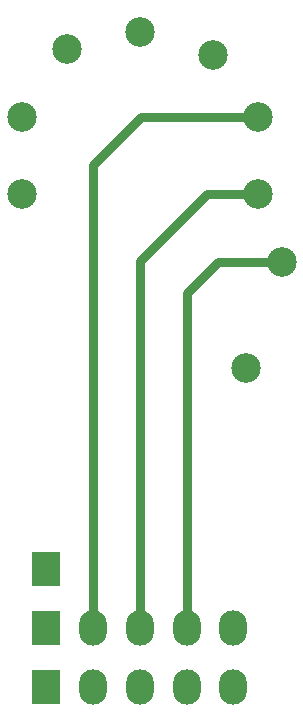
<source format=gbr>
G04 #@! TF.GenerationSoftware,KiCad,Pcbnew,(5.1.4)-1*
G04 #@! TF.CreationDate,2022-04-04T22:54:45-04:00*
G04 #@! TF.ProjectId,CR31,43523331-2e6b-4696-9361-645f70636258,rev?*
G04 #@! TF.SameCoordinates,Original*
G04 #@! TF.FileFunction,Copper,L2,Bot*
G04 #@! TF.FilePolarity,Positive*
%FSLAX46Y46*%
G04 Gerber Fmt 4.6, Leading zero omitted, Abs format (unit mm)*
G04 Created by KiCad (PCBNEW (5.1.4)-1) date 2022-04-04 22:54:45*
%MOMM*%
%LPD*%
G04 APERTURE LIST*
%ADD10R,2.350000X3.000000*%
%ADD11O,2.350000X3.000000*%
%ADD12C,2.500000*%
%ADD13C,0.750000*%
G04 APERTURE END LIST*
D10*
X42080000Y-85000000D03*
X42080000Y-90000000D03*
D11*
X46040000Y-90000000D03*
X50000000Y-90000000D03*
X53960000Y-90000000D03*
X57920000Y-90000000D03*
D12*
X50000000Y-39500000D03*
X43828255Y-41000000D03*
X40013907Y-46755322D03*
X40013907Y-53244678D03*
X56171745Y-41505322D03*
X59986093Y-46755322D03*
X59986093Y-53244678D03*
X62000000Y-59000000D03*
X59000000Y-68000000D03*
D11*
X57920000Y-95000000D03*
X53960000Y-95000000D03*
X50000000Y-95000000D03*
X46040000Y-95000000D03*
D10*
X42080000Y-95000000D03*
D13*
X46040000Y-90000000D02*
X46040000Y-50810000D01*
X50094678Y-46755322D02*
X59986093Y-46755322D01*
X46040000Y-50810000D02*
X50094678Y-46755322D01*
X55655322Y-53244678D02*
X59986093Y-53244678D01*
X50000000Y-90000000D02*
X50000000Y-58900000D01*
X50000000Y-58900000D02*
X55655322Y-53244678D01*
X53960000Y-90000000D02*
X53960000Y-61640000D01*
X56600000Y-59000000D02*
X62000000Y-59000000D01*
X53960000Y-61640000D02*
X56600000Y-59000000D01*
M02*

</source>
